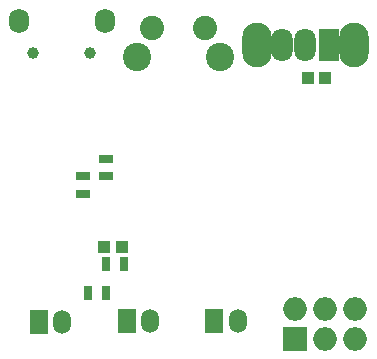
<source format=gbr>
G04 #@! TF.GenerationSoftware,KiCad,Pcbnew,(2017-06-16 revision 2018d4894)-master*
G04 #@! TF.CreationDate,2017-12-30T03:33:19+01:00*
G04 #@! TF.ProjectId,main,6D61696E2E6B696361645F7063620000,rev?*
G04 #@! TF.SameCoordinates,Original
G04 #@! TF.FileFunction,Soldermask,Bot*
G04 #@! TF.FilePolarity,Negative*
%FSLAX46Y46*%
G04 Gerber Fmt 4.6, Leading zero omitted, Abs format (unit mm)*
G04 Created by KiCad (PCBNEW (2017-06-16 revision 2018d4894)-master) date Sat Dec 30 03:33:19 2017*
%MOMM*%
%LPD*%
G01*
G04 APERTURE LIST*
%ADD10C,0.100000*%
%ADD11R,1.100000X1.050000*%
%ADD12O,1.700000X2.100000*%
%ADD13C,1.000000*%
%ADD14R,1.200000X0.800000*%
%ADD15R,0.800000X1.200000*%
%ADD16O,2.000000X2.000000*%
%ADD17R,2.000000X2.000000*%
%ADD18O,1.500000X2.000000*%
%ADD19R,1.500000X2.000000*%
%ADD20C,2.400000*%
%ADD21C,2.050000*%
%ADD22O,2.500000X3.800000*%
%ADD23O,1.800000X2.800000*%
%ADD24R,1.800000X2.800000*%
G04 APERTURE END LIST*
D10*
D11*
X98875000Y-91300000D03*
X100375000Y-91300000D03*
D12*
X98925000Y-72225000D03*
X91675000Y-72225000D03*
D13*
X97725000Y-74875000D03*
X92875000Y-74875000D03*
D14*
X97100000Y-85350000D03*
X97100000Y-86850000D03*
X99000000Y-85350000D03*
X99000000Y-83850000D03*
D15*
X99025000Y-92750000D03*
X100525000Y-92750000D03*
X99050000Y-95200000D03*
X97550000Y-95200000D03*
D16*
X120080000Y-96560000D03*
X120080000Y-99100000D03*
X117540000Y-96560000D03*
X117540000Y-99100000D03*
X115000000Y-96560000D03*
D17*
X115000000Y-99100000D03*
D18*
X110200000Y-97600000D03*
D19*
X108200000Y-97600000D03*
X93350000Y-97650000D03*
D18*
X95350000Y-97650000D03*
X102800000Y-97600000D03*
D19*
X100800000Y-97600000D03*
D20*
X101650000Y-75290000D03*
D21*
X102900000Y-72800000D03*
X107400000Y-72800000D03*
D20*
X108660000Y-75290000D03*
D22*
X111800000Y-74200000D03*
X120000000Y-74200000D03*
D23*
X113900000Y-74200000D03*
X115900000Y-74200000D03*
D24*
X117900000Y-74200000D03*
D11*
X116100000Y-77000000D03*
X117600000Y-77000000D03*
M02*

</source>
